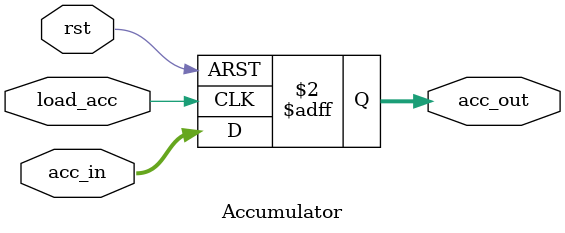
<source format=v>
`timescale 1ns / 1ps


module Accumulator(acc_out,acc_in,load_acc,rst);
    input load_acc,rst;
    input [15:0] acc_in;
    output reg [15:0] acc_out;

    always @(posedge load_acc or posedge rst) begin
        if(rst) acc_out <= 15'b0;
        else if(load_acc) acc_out <= acc_in;
    end
endmodule

</source>
